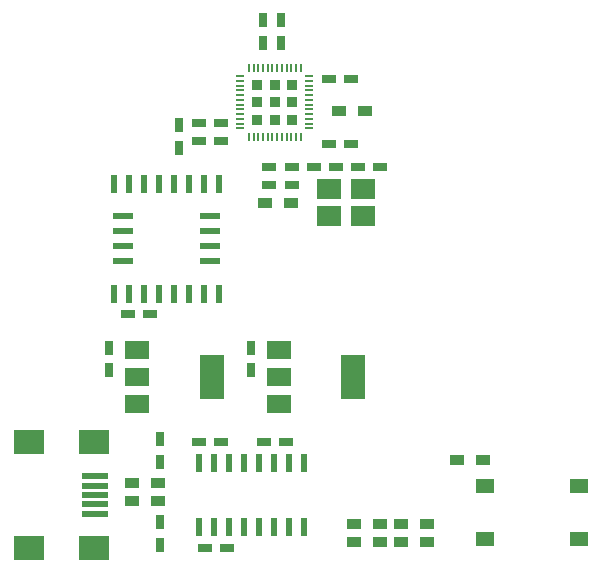
<source format=gbr>
G04 #@! TF.GenerationSoftware,KiCad,Pcbnew,(5.0.1-3-g963ef8bb5)*
G04 #@! TF.CreationDate,2019-01-20T14:07:20-05:00*
G04 #@! TF.ProjectId,fe310-dev,66653331302D6465762E6B696361645F,rev?*
G04 #@! TF.SameCoordinates,Original*
G04 #@! TF.FileFunction,Paste,Top*
G04 #@! TF.FilePolarity,Positive*
%FSLAX46Y46*%
G04 Gerber Fmt 4.6, Leading zero omitted, Abs format (unit mm)*
G04 Created by KiCad (PCBNEW (5.0.1-3-g963ef8bb5)) date Sunday, January 20, 2019 at 02:07:20 PM*
%MOMM*%
%LPD*%
G01*
G04 APERTURE LIST*
%ADD10R,0.600000X1.500000*%
%ADD11R,1.200000X0.750000*%
%ADD12R,0.750000X1.200000*%
%ADD13R,1.200000X0.900000*%
%ADD14R,2.500000X2.000000*%
%ADD15R,2.300000X0.500000*%
%ADD16R,1.550000X1.300000*%
%ADD17R,2.000000X3.800000*%
%ADD18R,2.000000X1.500000*%
%ADD19R,0.880000X0.880000*%
%ADD20R,0.650000X0.200000*%
%ADD21R,0.200000X0.650000*%
%ADD22R,1.750000X0.550000*%
%ADD23R,2.100000X1.800000*%
G04 APERTURE END LIST*
D10*
G04 #@! TO.C,U6*
X28909297Y-32159920D03*
X30179297Y-32159920D03*
X31449297Y-32159920D03*
X32719297Y-32159920D03*
X33989297Y-32159920D03*
X35259297Y-32159920D03*
X36529297Y-32159920D03*
X37799297Y-32159920D03*
X37799297Y-41459920D03*
X36529297Y-41459920D03*
X35259297Y-41459920D03*
X33989297Y-41459920D03*
X32719297Y-41459920D03*
X31449297Y-41459920D03*
X30179297Y-41459920D03*
X28909297Y-41459920D03*
G04 #@! TD*
D11*
G04 #@! TO.C,C1*
X37950000Y-54000000D03*
X36050000Y-54000000D03*
G04 #@! TD*
G04 #@! TO.C,C2*
X41550000Y-54000000D03*
X43450000Y-54000000D03*
G04 #@! TD*
D12*
G04 #@! TO.C,C3*
X32750000Y-53800000D03*
X32750000Y-55700000D03*
G04 #@! TD*
G04 #@! TO.C,C4*
X28500000Y-46050000D03*
X28500000Y-47950000D03*
G04 #@! TD*
D11*
G04 #@! TO.C,C5*
X36550000Y-63000000D03*
X38450000Y-63000000D03*
G04 #@! TD*
D12*
G04 #@! TO.C,C6*
X32750000Y-60800000D03*
X32750000Y-62700000D03*
G04 #@! TD*
G04 #@! TO.C,C7*
X40500000Y-46050000D03*
X40500000Y-47950000D03*
G04 #@! TD*
G04 #@! TO.C,C8*
X34400000Y-27200000D03*
X34400000Y-29100000D03*
G04 #@! TD*
G04 #@! TO.C,C9*
X43000000Y-20200000D03*
X43000000Y-18300000D03*
G04 #@! TD*
D11*
G04 #@! TO.C,C10*
X47050000Y-28750000D03*
X48950000Y-28750000D03*
G04 #@! TD*
G04 #@! TO.C,C11*
X37950000Y-27000000D03*
X36050000Y-27000000D03*
G04 #@! TD*
D12*
G04 #@! TO.C,C12*
X41500000Y-18300000D03*
X41500000Y-20200000D03*
G04 #@! TD*
D11*
G04 #@! TO.C,C13*
X42050000Y-32250000D03*
X43950000Y-32250000D03*
G04 #@! TD*
G04 #@! TO.C,C14*
X48950000Y-23250000D03*
X47050000Y-23250000D03*
G04 #@! TD*
G04 #@! TO.C,C15*
X37950000Y-28500000D03*
X36050000Y-28500000D03*
G04 #@! TD*
G04 #@! TO.C,C16*
X43950000Y-30750000D03*
X42050000Y-30750000D03*
G04 #@! TD*
G04 #@! TO.C,C17*
X30050000Y-43200000D03*
X31950000Y-43200000D03*
G04 #@! TD*
G04 #@! TO.C,C18*
X51450000Y-30750000D03*
X49550000Y-30750000D03*
G04 #@! TD*
G04 #@! TO.C,C19*
X45800000Y-30750000D03*
X47700000Y-30750000D03*
G04 #@! TD*
D13*
G04 #@! TO.C,D1*
X51400000Y-62500000D03*
X49200000Y-62500000D03*
G04 #@! TD*
D14*
G04 #@! TO.C,J1*
X21700000Y-62950000D03*
X27200000Y-62950000D03*
X21700000Y-54050000D03*
X27200000Y-54050000D03*
D15*
X27300000Y-60100000D03*
X27300000Y-59300000D03*
X27300000Y-58500000D03*
X27300000Y-57700000D03*
X27300000Y-56900000D03*
G04 #@! TD*
D13*
G04 #@! TO.C,R1*
X30400000Y-59000000D03*
X32600000Y-59000000D03*
G04 #@! TD*
G04 #@! TO.C,R2*
X32600000Y-57500000D03*
X30400000Y-57500000D03*
G04 #@! TD*
G04 #@! TO.C,R3*
X55400000Y-62500000D03*
X53200000Y-62500000D03*
G04 #@! TD*
G04 #@! TO.C,R4*
X43850000Y-33750000D03*
X41650000Y-33750000D03*
G04 #@! TD*
G04 #@! TO.C,R5*
X60100000Y-55500000D03*
X57900000Y-55500000D03*
G04 #@! TD*
G04 #@! TO.C,R6*
X50100000Y-26000000D03*
X47900000Y-26000000D03*
G04 #@! TD*
D16*
G04 #@! TO.C,SW1*
X60270000Y-57750000D03*
X60270000Y-62250000D03*
X68230000Y-62250000D03*
X68230000Y-57750000D03*
G04 #@! TD*
D17*
G04 #@! TO.C,U1*
X37150000Y-48500000D03*
D18*
X30850000Y-48500000D03*
X30850000Y-50800000D03*
X30850000Y-46200000D03*
G04 #@! TD*
G04 #@! TO.C,U2*
X42850000Y-46200000D03*
X42850000Y-50800000D03*
X42850000Y-48500000D03*
D17*
X49150000Y-48500000D03*
G04 #@! TD*
D10*
G04 #@! TO.C,U3*
X36055000Y-55800000D03*
X37325000Y-55800000D03*
X38595000Y-55800000D03*
X39865000Y-55800000D03*
X41135000Y-55800000D03*
X42405000Y-55800000D03*
X43675000Y-55800000D03*
X44945000Y-55800000D03*
X44945000Y-61200000D03*
X43675000Y-61200000D03*
X42405000Y-61200000D03*
X41135000Y-61200000D03*
X39865000Y-61200000D03*
X38595000Y-61200000D03*
X37325000Y-61200000D03*
X36055000Y-61200000D03*
G04 #@! TD*
D19*
G04 #@! TO.C,U4*
X43966667Y-23783333D03*
X42500000Y-23783333D03*
X41033333Y-23783333D03*
X43966667Y-25250000D03*
X42500000Y-25250000D03*
X41033333Y-25250000D03*
X43966667Y-26716667D03*
X42500000Y-26716667D03*
X41033333Y-26716667D03*
D20*
X39575000Y-27450000D03*
X39575000Y-27050000D03*
X39575000Y-26650000D03*
X39575000Y-26250000D03*
X39575000Y-25850000D03*
X39575000Y-25450000D03*
X39575000Y-25050000D03*
X39575000Y-24650000D03*
X39575000Y-24250000D03*
X39575000Y-23850000D03*
X39575000Y-23450000D03*
X39575000Y-23050000D03*
D21*
X40300000Y-22325000D03*
X40700000Y-22325000D03*
X41100000Y-22325000D03*
X41500000Y-22325000D03*
X41900000Y-22325000D03*
X42300000Y-22325000D03*
X42700000Y-22325000D03*
X43100000Y-22325000D03*
X43500000Y-22325000D03*
X43900000Y-22325000D03*
X44300000Y-22325000D03*
X44700000Y-22325000D03*
D20*
X45425000Y-23050000D03*
X45425000Y-23450000D03*
X45425000Y-23850000D03*
X45425000Y-24250000D03*
X45425000Y-24650000D03*
X45425000Y-25050000D03*
X45425000Y-25450000D03*
X45425000Y-25850000D03*
X45425000Y-26250000D03*
X45425000Y-26650000D03*
X45425000Y-27050000D03*
X45425000Y-27450000D03*
D21*
X44700000Y-28175000D03*
X44300000Y-28175000D03*
X43900000Y-28175000D03*
X43500000Y-28175000D03*
X43100000Y-28175000D03*
X42700000Y-28175000D03*
X42300000Y-28175000D03*
X41900000Y-28175000D03*
X41500000Y-28175000D03*
X41100000Y-28175000D03*
X40700000Y-28175000D03*
X40300000Y-28175000D03*
G04 #@! TD*
D22*
G04 #@! TO.C,U5*
X29654297Y-38714920D03*
X29654297Y-37444920D03*
X29654297Y-36174920D03*
X29654297Y-34904920D03*
X37054297Y-34904920D03*
X37054297Y-36174920D03*
X37054297Y-37444920D03*
X37054297Y-38714920D03*
G04 #@! TD*
D23*
G04 #@! TO.C,Y1*
X47050000Y-32600000D03*
X49950000Y-32600000D03*
X49950000Y-34900000D03*
X47050000Y-34900000D03*
G04 #@! TD*
D13*
G04 #@! TO.C,D2*
X49200000Y-61000000D03*
X51400000Y-61000000D03*
G04 #@! TD*
G04 #@! TO.C,R7*
X55400000Y-61000000D03*
X53200000Y-61000000D03*
G04 #@! TD*
M02*

</source>
